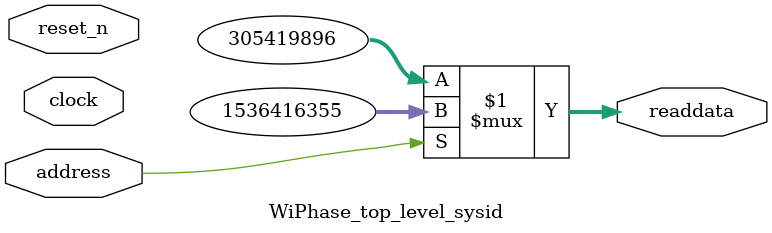
<source format=v>



// synthesis translate_off
`timescale 1ns / 1ps
// synthesis translate_on

// turn off superfluous verilog processor warnings 
// altera message_level Level1 
// altera message_off 10034 10035 10036 10037 10230 10240 10030 

module WiPhase_top_level_sysid (
               // inputs:
                address,
                clock,
                reset_n,

               // outputs:
                readdata
             )
;

  output  [ 31: 0] readdata;
  input            address;
  input            clock;
  input            reset_n;

  wire    [ 31: 0] readdata;
  //control_slave, which is an e_avalon_slave
  assign readdata = address ? 1536416355 : 305419896;

endmodule



</source>
